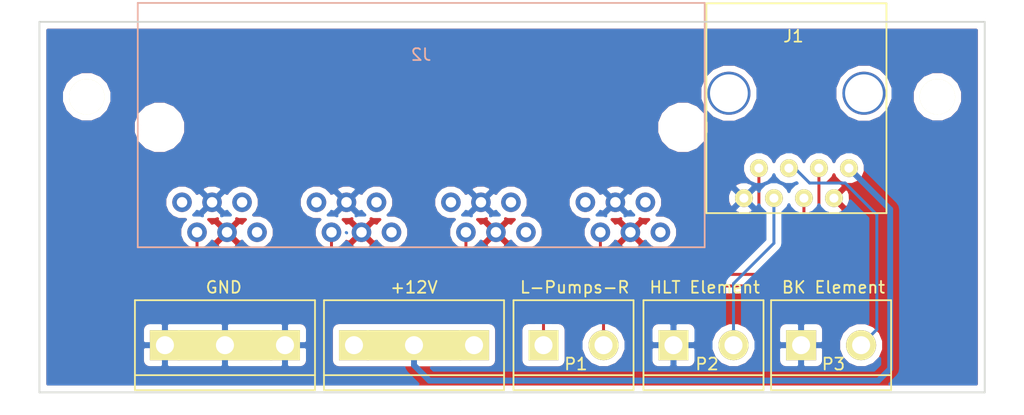
<source format=kicad_pcb>
(kicad_pcb (version 4) (host pcbnew 4.0.4+e1-6308~48~ubuntu16.04.1-stable)

  (general
    (links 25)
    (no_connects 1)
    (area 86.385714 106.35 173.614286 142.355)
    (thickness 1.6)
    (drawings 9)
    (tracks 48)
    (zones 0)
    (modules 9)
    (nets 22)
  )

  (page A4)
  (layers
    (0 F.Cu signal)
    (31 B.Cu signal hide)
    (32 B.Adhes user)
    (33 F.Adhes user)
    (34 B.Paste user)
    (35 F.Paste user)
    (36 B.SilkS user)
    (37 F.SilkS user)
    (38 B.Mask user)
    (39 F.Mask user)
    (40 Dwgs.User user)
    (41 Cmts.User user)
    (42 Eco1.User user)
    (43 Eco2.User user)
    (44 Edge.Cuts user)
    (45 Margin user)
    (46 B.CrtYd user)
    (47 F.CrtYd user)
    (48 B.Fab user)
    (49 F.Fab user)
  )

  (setup
    (last_trace_width 0.25)
    (user_trace_width 0.5)
    (trace_clearance 0.2)
    (zone_clearance 0.508)
    (zone_45_only no)
    (trace_min 0.2)
    (segment_width 0.2)
    (edge_width 0.15)
    (via_size 0.6)
    (via_drill 0.4)
    (via_min_size 0.4)
    (via_min_drill 0.3)
    (uvia_size 0.3)
    (uvia_drill 0.1)
    (uvias_allowed no)
    (uvia_min_size 0.2)
    (uvia_min_drill 0.1)
    (pcb_text_width 0.3)
    (pcb_text_size 1.5 1.5)
    (mod_edge_width 0.15)
    (mod_text_size 1 1)
    (mod_text_width 0.15)
    (pad_size 2.54 2.54)
    (pad_drill 1.524)
    (pad_to_mask_clearance 0.2)
    (aux_axis_origin 0 0)
    (visible_elements FFFFFF7F)
    (pcbplotparams
      (layerselection 0x00030_80000001)
      (usegerberextensions false)
      (excludeedgelayer true)
      (linewidth 0.100000)
      (plotframeref false)
      (viasonmask false)
      (mode 1)
      (useauxorigin false)
      (hpglpennumber 1)
      (hpglpenspeed 20)
      (hpglpendiameter 15)
      (hpglpenoverlay 2)
      (psnegative false)
      (psa4output false)
      (plotreference true)
      (plotvalue true)
      (plotinvisibletext false)
      (padsonsilk false)
      (subtractmaskfromsilk false)
      (outputformat 1)
      (mirror false)
      (drillshape 1)
      (scaleselection 1)
      (outputdirectory ""))
  )

  (net 0 "")
  (net 1 +12V)
  (net 2 /Pump1)
  (net 3 /Element1)
  (net 4 /Pump2)
  (net 5 GND)
  (net 6 /Element2)
  (net 7 /Temperature)
  (net 8 +3V3)
  (net 9 "Net-(J2-Pad24)")
  (net 10 "Net-(J2-Pad20)")
  (net 11 "Net-(J2-Pad19)")
  (net 12 "Net-(J2-Pad13)")
  (net 13 "Net-(J2-Pad14)")
  (net 14 "Net-(J2-Pad18)")
  (net 15 "Net-(J2-Pad12)")
  (net 16 "Net-(J2-Pad8)")
  (net 17 "Net-(J2-Pad7)")
  (net 18 "Net-(J2-Pad1)")
  (net 19 "Net-(J2-Pad2)")
  (net 20 "Net-(J2-Pad6)")
  (net 21 "Net-(J1-Pad9)")

  (net_class Default "This is the default net class."
    (clearance 0.2)
    (trace_width 0.25)
    (via_dia 0.6)
    (via_drill 0.4)
    (uvia_dia 0.3)
    (uvia_drill 0.1)
    (add_net +12V)
    (add_net +3V3)
    (add_net /Element1)
    (add_net /Element2)
    (add_net /Pump1)
    (add_net /Pump2)
    (add_net /Temperature)
    (add_net GND)
    (add_net "Net-(J1-Pad9)")
    (add_net "Net-(J2-Pad1)")
    (add_net "Net-(J2-Pad12)")
    (add_net "Net-(J2-Pad13)")
    (add_net "Net-(J2-Pad14)")
    (add_net "Net-(J2-Pad18)")
    (add_net "Net-(J2-Pad19)")
    (add_net "Net-(J2-Pad2)")
    (add_net "Net-(J2-Pad20)")
    (add_net "Net-(J2-Pad24)")
    (add_net "Net-(J2-Pad6)")
    (add_net "Net-(J2-Pad7)")
    (add_net "Net-(J2-Pad8)")
  )

  (net_class +12V ""
    (clearance 0.4)
    (trace_width 0.5)
    (via_dia 0.6)
    (via_drill 0.4)
    (uvia_dia 0.3)
    (uvia_drill 0.1)
  )

  (net_class power ""
    (clearance 0.4)
    (trace_width 0.5)
    (via_dia 0.6)
    (via_drill 0.4)
    (uvia_dia 0.3)
    (uvia_drill 0.1)
  )

  (module brewbot:CT660027-RJ12 (layer B.Cu) (tedit 57E256E6) (tstamp 57DFC2D5)
    (at 146.3 107 180)
    (path /57E02E34)
    (fp_text reference J2 (at 24 -4.38 180) (layer B.SilkS)
      (effects (font (size 1 1) (thickness 0.15)) (justify mirror))
    )
    (fp_text value RJ12x4 (at 24.13 -2.286 180) (layer B.Fab)
      (effects (font (size 1 1) (thickness 0.15)) (justify mirror))
    )
    (fp_line (start 47.9806 0) (end 47.9806 -20.701) (layer B.SilkS) (width 0.15))
    (fp_line (start 0 0) (end 0 -20.701) (layer B.SilkS) (width 0.15))
    (fp_line (start 0 -20.701) (end 47.9806 -20.701) (layer B.SilkS) (width 0.15))
    (fp_line (start 0 0) (end 47.9806 0) (layer B.SilkS) (width 0.15))
    (pad "" np_thru_hole circle (at 46.1391 -10.541 180) (size 3.175 3.175) (drill 3.175) (layers *.Cu *.Mask))
    (pad 24 thru_hole circle (at 44.2341 -16.891 180) (size 1.651 1.651) (drill 0.889) (layers *.Cu *.Mask)
      (net 9 "Net-(J2-Pad24)"))
    (pad 23 thru_hole circle (at 42.9641 -19.431 180) (size 1.651 1.651) (drill 0.889) (layers *.Cu *.Mask)
      (net 7 /Temperature))
    (pad 22 thru_hole circle (at 41.6941 -16.891 180) (size 1.651 1.651) (drill 0.889) (layers *.Cu *.Mask)
      (net 5 GND))
    (pad 21 thru_hole circle (at 40.4241 -19.431 180) (size 1.651 1.651) (drill 0.889) (layers *.Cu *.Mask)
      (net 8 +3V3))
    (pad 20 thru_hole circle (at 39.1541 -16.891 180) (size 1.651 1.651) (drill 0.889) (layers *.Cu *.Mask)
      (net 10 "Net-(J2-Pad20)"))
    (pad 19 thru_hole circle (at 37.8841 -19.431 180) (size 1.651 1.651) (drill 0.889) (layers *.Cu *.Mask)
      (net 11 "Net-(J2-Pad19)"))
    (pad 13 thru_hole circle (at 26.5049 -19.431 180) (size 1.651 1.651) (drill 0.889) (layers *.Cu *.Mask)
      (net 12 "Net-(J2-Pad13)"))
    (pad 14 thru_hole circle (at 27.7749 -16.891 180) (size 1.651 1.651) (drill 0.889) (layers *.Cu *.Mask)
      (net 13 "Net-(J2-Pad14)"))
    (pad 15 thru_hole circle (at 29.0449 -19.431 180) (size 1.651 1.651) (drill 0.889) (layers *.Cu *.Mask)
      (net 8 +3V3))
    (pad 16 thru_hole circle (at 30.3149 -16.891 180) (size 1.651 1.651) (drill 0.889) (layers *.Cu *.Mask)
      (net 5 GND))
    (pad 17 thru_hole circle (at 31.5849 -19.431 180) (size 1.651 1.651) (drill 0.889) (layers *.Cu *.Mask)
      (net 7 /Temperature))
    (pad 18 thru_hole circle (at 32.8549 -16.891 180) (size 1.651 1.651) (drill 0.889) (layers *.Cu *.Mask)
      (net 14 "Net-(J2-Pad18)"))
    (pad 12 thru_hole circle (at 21.4757 -16.891 180) (size 1.651 1.651) (drill 0.889) (layers *.Cu *.Mask)
      (net 15 "Net-(J2-Pad12)"))
    (pad 11 thru_hole circle (at 20.2057 -19.431 180) (size 1.651 1.651) (drill 0.889) (layers *.Cu *.Mask)
      (net 7 /Temperature))
    (pad 10 thru_hole circle (at 18.9357 -16.891 180) (size 1.651 1.651) (drill 0.889) (layers *.Cu *.Mask)
      (net 5 GND))
    (pad 9 thru_hole circle (at 17.6657 -19.431 180) (size 1.651 1.651) (drill 0.889) (layers *.Cu *.Mask)
      (net 8 +3V3))
    (pad 8 thru_hole circle (at 16.3957 -16.891 180) (size 1.651 1.651) (drill 0.889) (layers *.Cu *.Mask)
      (net 16 "Net-(J2-Pad8)"))
    (pad 7 thru_hole circle (at 15.1257 -19.431 180) (size 1.651 1.651) (drill 0.889) (layers *.Cu *.Mask)
      (net 17 "Net-(J2-Pad7)"))
    (pad 1 thru_hole circle (at 3.7465 -19.431 180) (size 1.651 1.651) (drill 0.889) (layers *.Cu *.Mask)
      (net 18 "Net-(J2-Pad1)"))
    (pad 2 thru_hole circle (at 5.0165 -16.891 180) (size 1.651 1.651) (drill 0.889) (layers *.Cu *.Mask)
      (net 19 "Net-(J2-Pad2)"))
    (pad 3 thru_hole circle (at 6.2865 -19.431 180) (size 1.651 1.651) (drill 0.889) (layers *.Cu *.Mask)
      (net 8 +3V3))
    (pad 4 thru_hole circle (at 7.5565 -16.891 180) (size 1.651 1.651) (drill 0.889) (layers *.Cu *.Mask)
      (net 5 GND))
    (pad 5 thru_hole circle (at 8.8265 -19.431 180) (size 1.651 1.651) (drill 0.889) (layers *.Cu *.Mask)
      (net 7 /Temperature))
    (pad 6 thru_hole circle (at 10.0965 -16.891 180) (size 1.651 1.651) (drill 0.889) (layers *.Cu *.Mask)
      (net 20 "Net-(J2-Pad6)"))
    (pad "" np_thru_hole circle (at 1.8415 -10.541 180) (size 3.175 3.175) (drill 3.175) (layers *.Cu *.Mask))
  )

  (module Connect:bornier3 (layer F.Cu) (tedit 57E2540B) (tstamp 57DFC2DC)
    (at 121.7 136)
    (descr "Bornier d'alimentation 3 pins")
    (tags DEV)
    (path /57DF9948)
    (fp_text reference K1 (at 2.9 -0.1) (layer F.SilkS)
      (effects (font (size 1 1) (thickness 0.15)))
    )
    (fp_text value CONN_3_V (at 0 5.08) (layer F.Fab)
      (effects (font (size 1 1) (thickness 0.15)))
    )
    (fp_line (start -7.62 3.81) (end -7.62 -3.81) (layer F.SilkS) (width 0.15))
    (fp_line (start 7.62 3.81) (end 7.62 -3.81) (layer F.SilkS) (width 0.15))
    (fp_line (start -7.62 2.54) (end 7.62 2.54) (layer F.SilkS) (width 0.15))
    (fp_line (start -7.62 -3.81) (end 7.62 -3.81) (layer F.SilkS) (width 0.15))
    (fp_line (start -7.62 3.81) (end 7.62 3.81) (layer F.SilkS) (width 0.15))
    (pad 1 thru_hole rect (at -5.08 0) (size 2.54 2.54) (drill 1.524) (layers *.Cu *.Mask F.SilkS)
      (net 1 +12V))
    (pad 2 thru_hole rect (at 0 0) (size 8 2.54) (drill 1.524) (layers *.Cu *.Mask F.SilkS)
      (net 1 +12V))
    (pad 3 thru_hole rect (at 5.08 0) (size 2.54 2.54) (drill 1.524) (layers *.Cu *.Mask F.SilkS)
      (net 1 +12V))
    (model Connect.3dshapes/bornier3.wrl
      (at (xyz 0 0 0))
      (scale (xyz 1 1 1))
      (rotate (xyz 0 0 0))
    )
  )

  (module Connect:bornier3 (layer F.Cu) (tedit 57E25407) (tstamp 57DFC2E3)
    (at 105.7 136)
    (descr "Bornier d'alimentation 3 pins")
    (tags DEV)
    (path /57DF98CF)
    (fp_text reference K2 (at 2.5 -0.1) (layer F.SilkS)
      (effects (font (size 1 1) (thickness 0.15)))
    )
    (fp_text value CONN_3_V (at 0 5.08) (layer F.Fab)
      (effects (font (size 1 1) (thickness 0.15)))
    )
    (fp_line (start -7.62 3.81) (end -7.62 -3.81) (layer F.SilkS) (width 0.15))
    (fp_line (start 7.62 3.81) (end 7.62 -3.81) (layer F.SilkS) (width 0.15))
    (fp_line (start -7.62 2.54) (end 7.62 2.54) (layer F.SilkS) (width 0.15))
    (fp_line (start -7.62 -3.81) (end 7.62 -3.81) (layer F.SilkS) (width 0.15))
    (fp_line (start -7.62 3.81) (end 7.62 3.81) (layer F.SilkS) (width 0.15))
    (pad 1 thru_hole rect (at -5.08 0) (size 2.54 2.54) (drill 1.524) (layers *.Cu *.Mask F.SilkS)
      (net 5 GND))
    (pad 2 thru_hole rect (at 0 0) (size 8 2.54) (drill 1.524) (layers *.Cu *.Mask F.SilkS)
      (net 5 GND))
    (pad 3 thru_hole rect (at 5.08 0) (size 2.54 2.54) (drill 1.524) (layers *.Cu *.Mask F.SilkS)
      (net 5 GND))
    (model Connect.3dshapes/bornier3.wrl
      (at (xyz 0 0 0))
      (scale (xyz 1 1 1))
      (rotate (xyz 0 0 0))
    )
  )

  (module Connect:bornier2 (layer F.Cu) (tedit 57E25415) (tstamp 57DFC2E9)
    (at 135.2 136)
    (descr "Bornier d'alimentation 2 pins")
    (tags DEV)
    (path /57DF99AC)
    (fp_text reference P1 (at 0.2 1.6) (layer F.SilkS)
      (effects (font (size 1 1) (thickness 0.15)))
    )
    (fp_text value CONN_2_V (at 0 5.08) (layer F.Fab)
      (effects (font (size 1 1) (thickness 0.15)))
    )
    (fp_line (start 5.08 2.54) (end -5.08 2.54) (layer F.SilkS) (width 0.15))
    (fp_line (start 5.08 3.81) (end 5.08 -3.81) (layer F.SilkS) (width 0.15))
    (fp_line (start 5.08 -3.81) (end -5.08 -3.81) (layer F.SilkS) (width 0.15))
    (fp_line (start -5.08 -3.81) (end -5.08 3.81) (layer F.SilkS) (width 0.15))
    (fp_line (start -5.08 3.81) (end 5.08 3.81) (layer F.SilkS) (width 0.15))
    (pad 1 thru_hole rect (at -2.54 0) (size 2.54 2.54) (drill 1.524) (layers *.Cu *.Mask F.SilkS)
      (net 4 /Pump2))
    (pad 2 thru_hole circle (at 2.54 0) (size 2.54 2.54) (drill 1.524) (layers *.Cu *.Mask F.SilkS)
      (net 2 /Pump1))
    (model Connect.3dshapes/bornier2.wrl
      (at (xyz 0 0 0))
      (scale (xyz 1 1 1))
      (rotate (xyz 0 0 0))
    )
  )

  (module Connect:bornier2 (layer F.Cu) (tedit 57E25419) (tstamp 57DFC2EF)
    (at 146.2 136)
    (descr "Bornier d'alimentation 2 pins")
    (tags DEV)
    (path /57DF99F7)
    (fp_text reference P2 (at 0.3 1.6) (layer F.SilkS)
      (effects (font (size 1 1) (thickness 0.15)))
    )
    (fp_text value CONN_2_V (at 0 5.08) (layer F.Fab)
      (effects (font (size 1 1) (thickness 0.15)))
    )
    (fp_line (start 5.08 2.54) (end -5.08 2.54) (layer F.SilkS) (width 0.15))
    (fp_line (start 5.08 3.81) (end 5.08 -3.81) (layer F.SilkS) (width 0.15))
    (fp_line (start 5.08 -3.81) (end -5.08 -3.81) (layer F.SilkS) (width 0.15))
    (fp_line (start -5.08 -3.81) (end -5.08 3.81) (layer F.SilkS) (width 0.15))
    (fp_line (start -5.08 3.81) (end 5.08 3.81) (layer F.SilkS) (width 0.15))
    (pad 1 thru_hole rect (at -2.54 0) (size 2.54 2.54) (drill 1.524) (layers *.Cu *.Mask F.SilkS)
      (net 5 GND))
    (pad 2 thru_hole circle (at 2.54 0) (size 2.54 2.54) (drill 1.524) (layers *.Cu *.Mask F.SilkS)
      (net 3 /Element1))
    (model Connect.3dshapes/bornier2.wrl
      (at (xyz 0 0 0))
      (scale (xyz 1 1 1))
      (rotate (xyz 0 0 0))
    )
  )

  (module Connect:bornier2 (layer F.Cu) (tedit 57E2541E) (tstamp 57DFC2F5)
    (at 157 136)
    (descr "Bornier d'alimentation 2 pins")
    (tags DEV)
    (path /57DF9A5A)
    (fp_text reference P3 (at 0.2 1.6) (layer F.SilkS)
      (effects (font (size 1 1) (thickness 0.15)))
    )
    (fp_text value CONN_2_V (at 0 5.08) (layer F.Fab)
      (effects (font (size 1 1) (thickness 0.15)))
    )
    (fp_line (start 5.08 2.54) (end -5.08 2.54) (layer F.SilkS) (width 0.15))
    (fp_line (start 5.08 3.81) (end 5.08 -3.81) (layer F.SilkS) (width 0.15))
    (fp_line (start 5.08 -3.81) (end -5.08 -3.81) (layer F.SilkS) (width 0.15))
    (fp_line (start -5.08 -3.81) (end -5.08 3.81) (layer F.SilkS) (width 0.15))
    (fp_line (start -5.08 3.81) (end 5.08 3.81) (layer F.SilkS) (width 0.15))
    (pad 1 thru_hole rect (at -2.54 0) (size 2.54 2.54) (drill 1.524) (layers *.Cu *.Mask F.SilkS)
      (net 5 GND))
    (pad 2 thru_hole circle (at 2.54 0) (size 2.54 2.54) (drill 1.524) (layers *.Cu *.Mask F.SilkS)
      (net 6 /Element2))
    (model Connect.3dshapes/bornier2.wrl
      (at (xyz 0 0 0))
      (scale (xyz 1 1 1))
      (rotate (xyz 0 0 0))
    )
  )

  (module brewbot:RJ45_c-bmj-0102 (layer F.Cu) (tedit 57DE0E63) (tstamp 57E0F6D6)
    (at 161.7 107)
    (tags RJ45)
    (path /57DF9511)
    (fp_text reference J1 (at -7.889 2.824 180) (layer F.SilkS)
      (effects (font (size 1 1) (thickness 0.15)))
    )
    (fp_text value RJ45 (at -7.77724 7.7516 180) (layer F.Fab)
      (effects (font (size 1 1) (thickness 0.15)))
    )
    (fp_line (start -0.015 0.03) (end -15.255 0.03) (layer F.SilkS) (width 0.15))
    (fp_line (start -15.255 0.03) (end -15.255 17.81) (layer F.SilkS) (width 0.15))
    (fp_line (start -15.255 17.81) (end -0.015 17.81) (layer F.SilkS) (width 0.15))
    (fp_line (start -0.015 17.81) (end -0.015 0.03) (layer F.SilkS) (width 0.15))
    (pad 1 thru_hole circle (at -3.19 14 180) (size 1.50114 1.50114) (drill 0.76) (layers *.Cu *.Mask F.SilkS)
      (net 1 +12V))
    (pad 9 thru_hole circle (at -13.35 7.65 180) (size 3.64998 3.64998) (drill 3.2) (layers *.Cu *.Mask)
      (net 21 "Net-(J1-Pad9)"))
    (pad 9 thru_hole circle (at -1.92 7.65 180) (size 3.64998 3.64998) (drill 3.2) (layers *.Cu *.Mask)
      (net 21 "Net-(J1-Pad9)"))
    (pad 2 thru_hole circle (at -4.46 16.54 180) (size 1.50114 1.50114) (drill 0.76) (layers *.Cu *.Mask F.SilkS)
      (net 8 +3V3))
    (pad 3 thru_hole circle (at -5.73 14 180) (size 1.50114 1.50114) (drill 0.76) (layers *.Cu *.Mask F.SilkS)
      (net 2 /Pump1))
    (pad 4 thru_hole circle (at -7 16.54 180) (size 1.50114 1.50114) (drill 0.76) (layers *.Cu *.Mask F.SilkS)
      (net 4 /Pump2))
    (pad 5 thru_hole circle (at -8.27 14 180) (size 1.50114 1.50114) (drill 0.76) (layers *.Cu *.Mask F.SilkS)
      (net 6 /Element2))
    (pad 6 thru_hole circle (at -9.54 16.54 180) (size 1.50114 1.50114) (drill 0.76) (layers *.Cu *.Mask F.SilkS)
      (net 3 /Element1))
    (pad 7 thru_hole circle (at -10.81 14 180) (size 1.50114 1.50114) (drill 0.76) (layers *.Cu *.Mask F.SilkS)
      (net 7 /Temperature))
    (pad 8 thru_hole circle (at -12.08 16.54 180) (size 1.50114 1.50114) (drill 0.76) (layers *.Cu *.Mask F.SilkS)
      (net 5 GND))
    (model Connect.3dshapes/RJ45_8.wrl
      (at (xyz 0 0 0))
      (scale (xyz 0.4 0.4 0.4))
      (rotate (xyz 0 0 0))
    )
  )

  (module Mounting_Holes:MountingHole_3mm (layer F.Cu) (tedit 57E10CF3) (tstamp 57E0FC2F)
    (at 94 114.95)
    (descr "Mounting Hole 3mm, no annular")
    (tags "mounting hole 3mm no annular")
    (fp_text reference REF** (at 0 -4) (layer F.SilkS) hide
      (effects (font (size 1 1) (thickness 0.15)))
    )
    (fp_text value MountingHole_3mm (at 0 4) (layer F.Fab)
      (effects (font (size 1 1) (thickness 0.15)))
    )
    (fp_circle (center 0 0) (end 3 0) (layer Cmts.User) (width 0.15))
    (fp_circle (center 0 0) (end 3.25 0) (layer F.CrtYd) (width 0.05))
    (pad 1 np_thru_hole circle (at 0 0) (size 3 3) (drill 3) (layers *.Cu *.Mask F.SilkS))
  )

  (module Mounting_Holes:MountingHole_3mm (layer F.Cu) (tedit 57E10CFA) (tstamp 57E0FC89)
    (at 166 114.95)
    (descr "Mounting Hole 3mm, no annular")
    (tags "mounting hole 3mm no annular")
    (fp_text reference REF** (at 0 -4) (layer F.SilkS) hide
      (effects (font (size 1 1) (thickness 0.15)))
    )
    (fp_text value MountingHole_3mm (at 0 4) (layer F.Fab)
      (effects (font (size 1 1) (thickness 0.15)))
    )
    (fp_circle (center 0 0) (end 3 0) (layer Cmts.User) (width 0.15))
    (fp_circle (center 0 0) (end 3.25 0) (layer F.CrtYd) (width 0.05))
    (pad 1 np_thru_hole circle (at 0 0) (size 3 3) (drill 3) (layers *.Cu *.Mask F.SilkS))
  )

  (gr_text "BK Element" (at 157.2 131.1) (layer F.SilkS)
    (effects (font (size 1 1) (thickness 0.15)))
  )
  (gr_text "HLT Element" (at 146.3 131.1) (layer F.SilkS)
    (effects (font (size 1 1) (thickness 0.15)))
  )
  (gr_text L-Pumps-R (at 135.3 131.1) (layer F.SilkS)
    (effects (font (size 1 1) (thickness 0.15)))
  )
  (gr_text +12V (at 121.7 131.1) (layer F.SilkS)
    (effects (font (size 1 1) (thickness 0.15)))
  )
  (gr_text GND (at 105.6 131.1) (layer F.SilkS)
    (effects (font (size 1 1) (thickness 0.15)))
  )
  (gr_line (start 170 108.6) (end 90 108.6) (angle 90) (layer Edge.Cuts) (width 0.15))
  (gr_line (start 170 140) (end 170 108.6) (angle 90) (layer Edge.Cuts) (width 0.15))
  (gr_line (start 90 140) (end 170 140) (angle 90) (layer Edge.Cuts) (width 0.15))
  (gr_line (start 90 108.6) (end 90 140) (angle 90) (layer Edge.Cuts) (width 0.15))

  (segment (start 116 126.4853) (end 115.9657 126.451) (width 0.25) (layer B.Cu) (net 0) (tstamp 57E10A13))
  (segment (start 121.7 136) (end 116.62 136) (width 0.25) (layer B.Cu) (net 1))
  (segment (start 121.7 136) (end 126.78 136) (width 0.25) (layer B.Cu) (net 1) (tstamp 5802BE92))
  (segment (start 121.7 136) (end 121.7 137.7) (width 0.5) (layer B.Cu) (net 1))
  (segment (start 162 124.49) (end 158.51 121) (width 0.5) (layer B.Cu) (net 1) (tstamp 57E10FB0))
  (segment (start 162 138) (end 162 124.49) (width 0.5) (layer B.Cu) (net 1) (tstamp 57E10FAB))
  (segment (start 161 139) (end 162 138) (width 0.5) (layer B.Cu) (net 1) (tstamp 57E10FA8))
  (segment (start 123 139) (end 161 139) (width 0.5) (layer B.Cu) (net 1) (tstamp 57E10F9E))
  (segment (start 121.7 137.7) (end 123 139) (width 0.5) (layer B.Cu) (net 1) (tstamp 57E10F9D))
  (segment (start 155.97 121) (end 155.97 126.98) (width 0.25) (layer F.Cu) (net 2))
  (segment (start 137.74 131.86) (end 137.74 136) (width 0.25) (layer F.Cu) (net 2) (tstamp 5802BD6A))
  (segment (start 138.62 130.98) (end 137.74 131.86) (width 0.25) (layer F.Cu) (net 2) (tstamp 5802BD62))
  (segment (start 151.97 130.98) (end 138.62 130.98) (width 0.25) (layer F.Cu) (net 2) (tstamp 5802BD5D))
  (segment (start 155.97 126.98) (end 151.97 130.98) (width 0.25) (layer F.Cu) (net 2) (tstamp 5802BD5A))
  (segment (start 148.74 136) (end 148.74 130.78) (width 0.25) (layer B.Cu) (net 3))
  (segment (start 152.16 127.36) (end 152.16 123.54) (width 0.25) (layer B.Cu) (net 3) (tstamp 5802BDA1))
  (segment (start 148.74 130.78) (end 152.16 127.36) (width 0.25) (layer B.Cu) (net 3) (tstamp 5802BD9C))
  (segment (start 132.66 131.34) (end 132.66 136) (width 0.25) (layer F.Cu) (net 4) (tstamp 57E10B76))
  (segment (start 134 130) (end 132.66 131.34) (width 0.25) (layer F.Cu) (net 4) (tstamp 57E10B6E))
  (segment (start 151 130) (end 134 130) (width 0.25) (layer F.Cu) (net 4) (tstamp 57E10B6B))
  (segment (start 154.7 126.3) (end 151 130) (width 0.25) (layer F.Cu) (net 4) (tstamp 57E10B66))
  (segment (start 154.7 123.54) (end 154.7 126.3) (width 0.25) (layer F.Cu) (net 4))
  (segment (start 153.43 121) (end 153.92 121) (width 0.25) (layer B.Cu) (net 6))
  (segment (start 153.92 121) (end 155.18 122.26) (width 0.25) (layer B.Cu) (net 6) (tstamp 5802BF07))
  (segment (start 155.18 122.26) (end 158.19 122.26) (width 0.25) (layer B.Cu) (net 6) (tstamp 5802BF11))
  (segment (start 158.19 122.26) (end 160.87 124.94) (width 0.25) (layer B.Cu) (net 6) (tstamp 5802BF16))
  (segment (start 160.87 124.94) (end 160.87 134.67) (width 0.25) (layer B.Cu) (net 6) (tstamp 5802BF19))
  (segment (start 160.87 134.67) (end 159.54 136) (width 0.25) (layer B.Cu) (net 6) (tstamp 5802BF24))
  (segment (start 139.4 128.9) (end 138.4 128.9) (width 0.25) (layer F.Cu) (net 7))
  (segment (start 137.4735 127.9735) (end 137.4735 126.431) (width 0.25) (layer F.Cu) (net 7) (tstamp 5826FB24) (status 800000))
  (segment (start 138.4 128.9) (end 137.4735 127.9735) (width 0.25) (layer F.Cu) (net 7) (tstamp 5826FB23))
  (segment (start 115.9 128.9) (end 104.2 128.9) (width 0.25) (layer F.Cu) (net 7))
  (segment (start 103.3359 128.0359) (end 103.3359 126.431) (width 0.25) (layer F.Cu) (net 7) (tstamp 5826FB0E) (status 800000))
  (segment (start 104.2 128.9) (end 103.3359 128.0359) (width 0.25) (layer F.Cu) (net 7) (tstamp 5826FB0D))
  (segment (start 127 128.9) (end 116.7 128.9) (width 0.25) (layer F.Cu) (net 7))
  (segment (start 114.7151 127.9151) (end 114.7151 126.431) (width 0.25) (layer F.Cu) (net 7) (tstamp 5826FB05) (status 800000))
  (segment (start 115.7 128.9) (end 114.7151 127.9151) (width 0.25) (layer F.Cu) (net 7) (tstamp 5826FAFF))
  (segment (start 116.7 128.9) (end 115.9 128.9) (width 0.25) (layer F.Cu) (net 7) (tstamp 5826FAFE))
  (segment (start 115.9 128.9) (end 115.7 128.9) (width 0.25) (layer F.Cu) (net 7) (tstamp 5826FB0B))
  (segment (start 139.9425 128.9) (end 139.4 128.9) (width 0.25) (layer F.Cu) (net 7))
  (segment (start 139.4 128.9) (end 138.9 128.9) (width 0.25) (layer F.Cu) (net 7) (tstamp 5826FB21))
  (segment (start 138.9 128.9) (end 127 128.9) (width 0.25) (layer F.Cu) (net 7) (tstamp 5826FB19))
  (segment (start 127 128.9) (end 126.9 128.9) (width 0.25) (layer F.Cu) (net 7) (tstamp 5826FAFC))
  (segment (start 126.0943 128.0943) (end 126.0943 126.431) (width 0.25) (layer F.Cu) (net 7) (tstamp 5826FAEC) (status 800000))
  (segment (start 126.9 128.9) (end 126.0943 128.0943) (width 0.25) (layer F.Cu) (net 7) (tstamp 5826FAE5))
  (segment (start 150.89 121) (end 150.89 126.61) (width 0.25) (layer F.Cu) (net 7) (status 400000))
  (segment (start 148.6 128.9) (end 139.9425 128.9) (width 0.25) (layer F.Cu) (net 7) (tstamp 5826FADA))
  (segment (start 150.89 126.61) (end 148.6 128.9) (width 0.25) (layer F.Cu) (net 7) (tstamp 5826FAD2))

  (zone (net 8) (net_name +3V3) (layer F.Cu) (tstamp 57E10ABD) (hatch edge 0.508)
    (connect_pads (clearance 0.508))
    (min_thickness 0.254)
    (fill yes (arc_segments 16) (thermal_gap 0.508) (thermal_bridge_width 0.508))
    (polygon
      (pts
        (xy 170 140) (xy 90 140) (xy 90 109) (xy 170 109)
      )
    )
    (filled_polygon
      (pts
        (xy 169.29 139.29) (xy 90.71 139.29) (xy 90.71 134.73) (xy 98.70256 134.73) (xy 98.70256 137.27)
        (xy 98.746838 137.505317) (xy 98.88591 137.721441) (xy 99.09811 137.866431) (xy 99.35 137.91744) (xy 112.05 137.91744)
        (xy 112.285317 137.873162) (xy 112.501441 137.73409) (xy 112.646431 137.52189) (xy 112.69744 137.27) (xy 112.69744 134.73)
        (xy 114.70256 134.73) (xy 114.70256 137.27) (xy 114.746838 137.505317) (xy 114.88591 137.721441) (xy 115.09811 137.866431)
        (xy 115.35 137.91744) (xy 128.05 137.91744) (xy 128.285317 137.873162) (xy 128.501441 137.73409) (xy 128.646431 137.52189)
        (xy 128.69744 137.27) (xy 128.69744 134.73) (xy 128.653162 134.494683) (xy 128.51409 134.278559) (xy 128.30189 134.133569)
        (xy 128.05 134.08256) (xy 115.35 134.08256) (xy 115.114683 134.126838) (xy 114.898559 134.26591) (xy 114.753569 134.47811)
        (xy 114.70256 134.73) (xy 112.69744 134.73) (xy 112.653162 134.494683) (xy 112.51409 134.278559) (xy 112.30189 134.133569)
        (xy 112.05 134.08256) (xy 99.35 134.08256) (xy 99.114683 134.126838) (xy 98.898559 134.26591) (xy 98.753569 134.47811)
        (xy 98.70256 134.73) (xy 90.71 134.73) (xy 90.71 124.180237) (xy 100.605147 124.180237) (xy 100.827026 124.717226)
        (xy 101.237513 125.12843) (xy 101.774114 125.351246) (xy 102.349773 125.351748) (xy 102.09847 125.602613) (xy 101.875654 126.139214)
        (xy 101.875147 126.720237) (xy 102.097026 127.257226) (xy 102.507513 127.66843) (xy 102.5759 127.696827) (xy 102.5759 128.0359)
        (xy 102.633752 128.326739) (xy 102.798499 128.573301) (xy 103.662599 129.437401) (xy 103.909161 129.602148) (xy 104.2 129.66)
        (xy 133.265198 129.66) (xy 132.122599 130.802599) (xy 131.957852 131.049161) (xy 131.9 131.34) (xy 131.9 134.08256)
        (xy 131.39 134.08256) (xy 131.154683 134.126838) (xy 130.938559 134.26591) (xy 130.793569 134.47811) (xy 130.74256 134.73)
        (xy 130.74256 137.27) (xy 130.786838 137.505317) (xy 130.92591 137.721441) (xy 131.13811 137.866431) (xy 131.39 137.91744)
        (xy 133.93 137.91744) (xy 134.165317 137.873162) (xy 134.381441 137.73409) (xy 134.526431 137.52189) (xy 134.57744 137.27)
        (xy 134.57744 134.73) (xy 134.533162 134.494683) (xy 134.39409 134.278559) (xy 134.18189 134.133569) (xy 133.93 134.08256)
        (xy 133.42 134.08256) (xy 133.42 131.654802) (xy 134.314802 130.76) (xy 137.765198 130.76) (xy 137.202599 131.322599)
        (xy 137.037852 131.569161) (xy 136.98 131.86) (xy 136.98 134.252813) (xy 136.662314 134.384078) (xy 136.125961 134.919495)
        (xy 135.835332 135.61941) (xy 135.83467 136.377265) (xy 136.124078 137.077686) (xy 136.659495 137.614039) (xy 137.35941 137.904668)
        (xy 138.117265 137.90533) (xy 138.817686 137.615922) (xy 139.354039 137.080505) (xy 139.644668 136.38059) (xy 139.64533 135.622735)
        (xy 139.355922 134.922314) (xy 139.163944 134.73) (xy 141.74256 134.73) (xy 141.74256 137.27) (xy 141.786838 137.505317)
        (xy 141.92591 137.721441) (xy 142.13811 137.866431) (xy 142.39 137.91744) (xy 144.93 137.91744) (xy 145.165317 137.873162)
        (xy 145.381441 137.73409) (xy 145.526431 137.52189) (xy 145.57744 137.27) (xy 145.57744 136.377265) (xy 146.83467 136.377265)
        (xy 147.124078 137.077686) (xy 147.659495 137.614039) (xy 148.35941 137.904668) (xy 149.117265 137.90533) (xy 149.817686 137.615922)
        (xy 150.354039 137.080505) (xy 150.644668 136.38059) (xy 150.64533 135.622735) (xy 150.355922 134.922314) (xy 150.163944 134.73)
        (xy 152.54256 134.73) (xy 152.54256 137.27) (xy 152.586838 137.505317) (xy 152.72591 137.721441) (xy 152.93811 137.866431)
        (xy 153.19 137.91744) (xy 155.73 137.91744) (xy 155.965317 137.873162) (xy 156.181441 137.73409) (xy 156.326431 137.52189)
        (xy 156.37744 137.27) (xy 156.37744 136.377265) (xy 157.63467 136.377265) (xy 157.924078 137.077686) (xy 158.459495 137.614039)
        (xy 159.15941 137.904668) (xy 159.917265 137.90533) (xy 160.617686 137.615922) (xy 161.154039 137.080505) (xy 161.444668 136.38059)
        (xy 161.44533 135.622735) (xy 161.155922 134.922314) (xy 160.620505 134.385961) (xy 159.92059 134.095332) (xy 159.162735 134.09467)
        (xy 158.462314 134.384078) (xy 157.925961 134.919495) (xy 157.635332 135.61941) (xy 157.63467 136.377265) (xy 156.37744 136.377265)
        (xy 156.37744 134.73) (xy 156.333162 134.494683) (xy 156.19409 134.278559) (xy 155.98189 134.133569) (xy 155.73 134.08256)
        (xy 153.19 134.08256) (xy 152.954683 134.126838) (xy 152.738559 134.26591) (xy 152.593569 134.47811) (xy 152.54256 134.73)
        (xy 150.163944 134.73) (xy 149.820505 134.385961) (xy 149.12059 134.095332) (xy 148.362735 134.09467) (xy 147.662314 134.384078)
        (xy 147.125961 134.919495) (xy 146.835332 135.61941) (xy 146.83467 136.377265) (xy 145.57744 136.377265) (xy 145.57744 134.73)
        (xy 145.533162 134.494683) (xy 145.39409 134.278559) (xy 145.18189 134.133569) (xy 144.93 134.08256) (xy 142.39 134.08256)
        (xy 142.154683 134.126838) (xy 141.938559 134.26591) (xy 141.793569 134.47811) (xy 141.74256 134.73) (xy 139.163944 134.73)
        (xy 138.820505 134.385961) (xy 138.5 134.252876) (xy 138.5 132.174802) (xy 138.934802 131.74) (xy 151.97 131.74)
        (xy 152.260839 131.682148) (xy 152.507401 131.517401) (xy 156.507401 127.517401) (xy 156.672148 127.27084) (xy 156.73 126.98)
        (xy 156.73 124.829195) (xy 157.035034 124.937767) (xy 157.585538 124.909805) (xy 157.964265 124.752931) (xy 158.032325 124.51193)
        (xy 157.24 123.719605) (xy 157.225858 123.733748) (xy 157.046253 123.554143) (xy 157.060395 123.54) (xy 157.419605 123.54)
        (xy 158.21193 124.332325) (xy 158.452931 124.264265) (xy 158.637767 123.744966) (xy 158.609805 123.194462) (xy 158.452931 122.815735)
        (xy 158.21193 122.747675) (xy 157.419605 123.54) (xy 157.060395 123.54) (xy 157.046253 123.525858) (xy 157.225858 123.346253)
        (xy 157.24 123.360395) (xy 158.032325 122.56807) (xy 157.964265 122.327069) (xy 157.444966 122.142233) (xy 156.894462 122.170195)
        (xy 156.73 122.238317) (xy 156.73 122.185163) (xy 156.753837 122.175314) (xy 157.143944 121.785887) (xy 157.239975 121.554619)
        (xy 157.334686 121.783837) (xy 157.724113 122.173944) (xy 158.233184 122.385329) (xy 158.784398 122.38581) (xy 159.293837 122.175314)
        (xy 159.683944 121.785887) (xy 159.895329 121.276816) (xy 159.89581 120.725602) (xy 159.685314 120.216163) (xy 159.295887 119.826056)
        (xy 158.786816 119.614671) (xy 158.235602 119.61419) (xy 157.726163 119.824686) (xy 157.336056 120.214113) (xy 157.240025 120.445381)
        (xy 157.145314 120.216163) (xy 156.755887 119.826056) (xy 156.246816 119.614671) (xy 155.695602 119.61419) (xy 155.186163 119.824686)
        (xy 154.796056 120.214113) (xy 154.700025 120.445381) (xy 154.605314 120.216163) (xy 154.215887 119.826056) (xy 153.706816 119.614671)
        (xy 153.155602 119.61419) (xy 152.646163 119.824686) (xy 152.256056 120.214113) (xy 152.160025 120.445381) (xy 152.065314 120.216163)
        (xy 151.675887 119.826056) (xy 151.166816 119.614671) (xy 150.615602 119.61419) (xy 150.106163 119.824686) (xy 149.716056 120.214113)
        (xy 149.504671 120.723184) (xy 149.50419 121.274398) (xy 149.714686 121.783837) (xy 150.104113 122.173944) (xy 150.13 122.184693)
        (xy 150.13 122.251498) (xy 149.896816 122.154671) (xy 149.345602 122.15419) (xy 148.836163 122.364686) (xy 148.446056 122.754113)
        (xy 148.234671 123.263184) (xy 148.23419 123.814398) (xy 148.444686 124.323837) (xy 148.834113 124.713944) (xy 149.343184 124.925329)
        (xy 149.894398 124.92581) (xy 150.13 124.828461) (xy 150.13 126.295198) (xy 148.285198 128.14) (xy 138.714802 128.14)
        (xy 138.260772 127.68597) (xy 138.299726 127.669874) (xy 138.512756 127.457215) (xy 139.16689 127.457215) (xy 139.244156 127.705976)
        (xy 139.790631 127.90334) (xy 140.371035 127.876553) (xy 140.782844 127.705976) (xy 140.86011 127.457215) (xy 140.0135 126.610605)
        (xy 139.16689 127.457215) (xy 138.512756 127.457215) (xy 138.71093 127.259387) (xy 138.736987 127.196634) (xy 138.738524 127.200344)
        (xy 138.987285 127.27761) (xy 139.833895 126.431) (xy 138.987285 125.58439) (xy 138.738524 125.661656) (xy 138.737289 125.665074)
        (xy 138.712374 125.604774) (xy 138.459295 125.351253) (xy 139.032737 125.351753) (xy 139.205539 125.280353) (xy 139.16689 125.404785)
        (xy 140.0135 126.251395) (xy 140.86011 125.404785) (xy 140.821532 125.28058) (xy 140.991714 125.351246) (xy 141.567373 125.351748)
        (xy 141.31607 125.602613) (xy 141.290013 125.665366) (xy 141.288476 125.661656) (xy 141.039715 125.58439) (xy 140.193105 126.431)
        (xy 141.039715 127.27761) (xy 141.288476 127.200344) (xy 141.289711 127.196926) (xy 141.314626 127.257226) (xy 141.725113 127.66843)
        (xy 142.261714 127.891246) (xy 142.842737 127.891753) (xy 143.379726 127.669874) (xy 143.79093 127.259387) (xy 144.013746 126.722786)
        (xy 144.014253 126.141763) (xy 143.792374 125.604774) (xy 143.381887 125.19357) (xy 142.845286 124.970754) (xy 142.269627 124.970252)
        (xy 142.52093 124.719387) (xy 142.743746 124.182786) (xy 142.744253 123.601763) (xy 142.522374 123.064774) (xy 142.111887 122.65357)
        (xy 141.575286 122.430754) (xy 140.994263 122.430247) (xy 140.457274 122.652126) (xy 140.04607 123.062613) (xy 140.013696 123.140579)
        (xy 139.982374 123.064774) (xy 139.571887 122.65357) (xy 139.035286 122.430754) (xy 138.454263 122.430247) (xy 137.917274 122.652126)
        (xy 137.50607 123.062613) (xy 137.473696 123.140579) (xy 137.442374 123.064774) (xy 137.031887 122.65357) (xy 136.495286 122.430754)
        (xy 135.914263 122.430247) (xy 135.377274 122.652126) (xy 134.96607 123.062613) (xy 134.743254 123.599214) (xy 134.742747 124.180237)
        (xy 134.964626 124.717226) (xy 135.375113 125.12843) (xy 135.911714 125.351246) (xy 136.487373 125.351748) (xy 136.23607 125.602613)
        (xy 136.013254 126.139214) (xy 136.012747 126.720237) (xy 136.234626 127.257226) (xy 136.645113 127.66843) (xy 136.7135 127.696827)
        (xy 136.7135 127.9735) (xy 136.746619 128.14) (xy 127.214802 128.14) (xy 126.8543 127.779498) (xy 126.8543 127.697238)
        (xy 126.920526 127.669874) (xy 127.133556 127.457215) (xy 127.78769 127.457215) (xy 127.864956 127.705976) (xy 128.411431 127.90334)
        (xy 128.991835 127.876553) (xy 129.403644 127.705976) (xy 129.48091 127.457215) (xy 128.6343 126.610605) (xy 127.78769 127.457215)
        (xy 127.133556 127.457215) (xy 127.33173 127.259387) (xy 127.357787 127.196634) (xy 127.359324 127.200344) (xy 127.608085 127.27761)
        (xy 128.454695 126.431) (xy 127.608085 125.58439) (xy 127.359324 125.661656) (xy 127.358089 125.665074) (xy 127.333174 125.604774)
        (xy 127.080095 125.351253) (xy 127.653537 125.351753) (xy 127.826339 125.280353) (xy 127.78769 125.404785) (xy 128.6343 126.251395)
        (xy 129.48091 125.404785) (xy 129.442332 125.28058) (xy 129.612514 125.351246) (xy 130.188173 125.351748) (xy 129.93687 125.602613)
        (xy 129.910813 125.665366) (xy 129.909276 125.661656) (xy 129.660515 125.58439) (xy 128.813905 126.431) (xy 129.660515 127.27761)
        (xy 129.909276 127.200344) (xy 129.910511 127.196926) (xy 129.935426 127.257226) (xy 130.345913 127.66843) (xy 130.882514 127.891246)
        (xy 131.463537 127.891753) (xy 132.000526 127.669874) (xy 132.41173 127.259387) (xy 132.634546 126.722786) (xy 132.635053 126.141763)
        (xy 132.413174 125.604774) (xy 132.002687 125.19357) (xy 131.466086 124.970754) (xy 130.890427 124.970252) (xy 131.14173 124.719387)
        (xy 131.364546 124.182786) (xy 131.365053 123.601763) (xy 131.143174 123.064774) (xy 130.732687 122.65357) (xy 130.196086 122.430754)
        (xy 129.615063 122.430247) (xy 129.078074 122.652126) (xy 128.66687 123.062613) (xy 128.634496 123.140579) (xy 128.603174 123.064774)
        (xy 128.192687 122.65357) (xy 127.656086 122.430754) (xy 127.075063 122.430247) (xy 126.538074 122.652126) (xy 126.12687 123.062613)
        (xy 126.094496 123.140579) (xy 126.063174 123.064774) (xy 125.652687 122.65357) (xy 125.116086 122.430754) (xy 124.535063 122.430247)
        (xy 123.998074 122.652126) (xy 123.58687 123.062613) (xy 123.364054 123.599214) (xy 123.363547 124.180237) (xy 123.585426 124.717226)
        (xy 123.995913 125.12843) (xy 124.532514 125.351246) (xy 125.108173 125.351748) (xy 124.85687 125.602613) (xy 124.634054 126.139214)
        (xy 124.633547 126.720237) (xy 124.855426 127.257226) (xy 125.265913 127.66843) (xy 125.3343 127.696827) (xy 125.3343 128.0943)
        (xy 125.34339 128.14) (xy 116.014802 128.14) (xy 115.543002 127.6682) (xy 115.754356 127.457215) (xy 116.40849 127.457215)
        (xy 116.485756 127.705976) (xy 117.032231 127.90334) (xy 117.612635 127.876553) (xy 118.024444 127.705976) (xy 118.10171 127.457215)
        (xy 117.2551 126.610605) (xy 116.40849 127.457215) (xy 115.754356 127.457215) (xy 115.95253 127.259387) (xy 115.978587 127.196634)
        (xy 115.980124 127.200344) (xy 116.228885 127.27761) (xy 117.075495 126.431) (xy 116.228885 125.58439) (xy 115.980124 125.661656)
        (xy 115.978889 125.665074) (xy 115.953974 125.604774) (xy 115.700895 125.351253) (xy 116.274337 125.351753) (xy 116.447139 125.280353)
        (xy 116.40849 125.404785) (xy 117.2551 126.251395) (xy 118.10171 125.404785) (xy 118.063132 125.28058) (xy 118.233314 125.351246)
        (xy 118.808973 125.351748) (xy 118.55767 125.602613) (xy 118.531613 125.665366) (xy 118.530076 125.661656) (xy 118.281315 125.58439)
        (xy 117.434705 126.431) (xy 118.281315 127.27761) (xy 118.530076 127.200344) (xy 118.531311 127.196926) (xy 118.556226 127.257226)
        (xy 118.966713 127.66843) (xy 119.503314 127.891246) (xy 120.084337 127.891753) (xy 120.621326 127.669874) (xy 121.03253 127.259387)
        (xy 121.255346 126.722786) (xy 121.255853 126.141763) (xy 121.033974 125.604774) (xy 120.623487 125.19357) (xy 120.086886 124.970754)
        (xy 119.511227 124.970252) (xy 119.76253 124.719387) (xy 119.985346 124.182786) (xy 119.985853 123.601763) (xy 119.763974 123.064774)
        (xy 119.353487 122.65357) (xy 118.816886 122.430754) (xy 118.235863 122.430247) (xy 117.698874 122.652126) (xy 117.28767 123.062613)
        (xy 117.255296 123.140579) (xy 117.223974 123.064774) (xy 116.813487 122.65357) (xy 116.276886 122.430754) (xy 115.695863 122.430247)
        (xy 115.158874 122.652126) (xy 114.74767 123.062613) (xy 114.715296 123.140579) (xy 114.683974 123.064774) (xy 114.273487 122.65357)
        (xy 113.736886 122.430754) (xy 113.155863 122.430247) (xy 112.618874 122.652126) (xy 112.20767 123.062613) (xy 111.984854 123.599214)
        (xy 111.984347 124.180237) (xy 112.206226 124.717226) (xy 112.616713 125.12843) (xy 113.153314 125.351246) (xy 113.728973 125.351748)
        (xy 113.47767 125.602613) (xy 113.254854 126.139214) (xy 113.254347 126.720237) (xy 113.476226 127.257226) (xy 113.886713 127.66843)
        (xy 113.9551 127.696827) (xy 113.9551 127.9151) (xy 113.999836 128.14) (xy 104.514802 128.14) (xy 104.0959 127.721098)
        (xy 104.0959 127.697238) (xy 104.162126 127.669874) (xy 104.375156 127.457215) (xy 105.02929 127.457215) (xy 105.106556 127.705976)
        (xy 105.653031 127.90334) (xy 106.233435 127.876553) (xy 106.645244 127.705976) (xy 106.72251 127.457215) (xy 105.8759 126.610605)
        (xy 105.02929 127.457215) (xy 104.375156 127.457215) (xy 104.57333 127.259387) (xy 104.599387 127.196634) (xy 104.600924 127.200344)
        (xy 104.849685 127.27761) (xy 105.696295 126.431) (xy 104.849685 125.58439) (xy 104.600924 125.661656) (xy 104.599689 125.665074)
        (xy 104.574774 125.604774) (xy 104.321695 125.351253) (xy 104.895137 125.351753) (xy 105.067939 125.280353) (xy 105.02929 125.404785)
        (xy 105.8759 126.251395) (xy 106.72251 125.404785) (xy 106.683932 125.28058) (xy 106.854114 125.351246) (xy 107.429773 125.351748)
        (xy 107.17847 125.602613) (xy 107.152413 125.665366) (xy 107.150876 125.661656) (xy 106.902115 125.58439) (xy 106.055505 126.431)
        (xy 106.902115 127.27761) (xy 107.150876 127.200344) (xy 107.152111 127.196926) (xy 107.177026 127.257226) (xy 107.587513 127.66843)
        (xy 108.124114 127.891246) (xy 108.705137 127.891753) (xy 109.242126 127.669874) (xy 109.65333 127.259387) (xy 109.876146 126.722786)
        (xy 109.876653 126.141763) (xy 109.654774 125.604774) (xy 109.244287 125.19357) (xy 108.707686 124.970754) (xy 108.132027 124.970252)
        (xy 108.38333 124.719387) (xy 108.606146 124.182786) (xy 108.606653 123.601763) (xy 108.384774 123.064774) (xy 107.974287 122.65357)
        (xy 107.437686 122.430754) (xy 106.856663 122.430247) (xy 106.319674 122.652126) (xy 105.90847 123.062613) (xy 105.876096 123.140579)
        (xy 105.844774 123.064774) (xy 105.434287 122.65357) (xy 104.897686 122.430754) (xy 104.316663 122.430247) (xy 103.779674 122.652126)
        (xy 103.36847 123.062613) (xy 103.336096 123.140579) (xy 103.304774 123.064774) (xy 102.894287 122.65357) (xy 102.357686 122.430754)
        (xy 101.776663 122.430247) (xy 101.239674 122.652126) (xy 100.82847 123.062613) (xy 100.605654 123.599214) (xy 100.605147 124.180237)
        (xy 90.71 124.180237) (xy 90.71 117.981143) (xy 97.938015 117.981143) (xy 98.275658 118.7983) (xy 98.900311 119.424045)
        (xy 99.716878 119.763113) (xy 100.601043 119.763885) (xy 101.4182 119.426242) (xy 102.043945 118.801589) (xy 102.383013 117.985022)
        (xy 102.383016 117.981143) (xy 142.235615 117.981143) (xy 142.573258 118.7983) (xy 143.197911 119.424045) (xy 144.014478 119.763113)
        (xy 144.898643 119.763885) (xy 145.7158 119.426242) (xy 146.341545 118.801589) (xy 146.680613 117.985022) (xy 146.681385 117.100857)
        (xy 146.343742 116.2837) (xy 145.719089 115.657955) (xy 144.902522 115.318887) (xy 144.018357 115.318115) (xy 143.2012 115.655758)
        (xy 142.575455 116.280411) (xy 142.236387 117.096978) (xy 142.235615 117.981143) (xy 102.383016 117.981143) (xy 102.383785 117.100857)
        (xy 102.046142 116.2837) (xy 101.421489 115.657955) (xy 100.604922 115.318887) (xy 99.720757 115.318115) (xy 98.9036 115.655758)
        (xy 98.277855 116.280411) (xy 97.938787 117.096978) (xy 97.938015 117.981143) (xy 90.71 117.981143) (xy 90.71 115.372815)
        (xy 91.86463 115.372815) (xy 92.18898 116.1578) (xy 92.789041 116.758909) (xy 93.573459 117.084628) (xy 94.422815 117.08537)
        (xy 95.2078 116.76102) (xy 95.808909 116.160959) (xy 96.134628 115.376541) (xy 96.134837 115.137175) (xy 145.889584 115.137175)
        (xy 146.263306 116.041652) (xy 146.954708 116.734262) (xy 147.858531 117.109562) (xy 148.837175 117.110416) (xy 149.741652 116.736694)
        (xy 150.434262 116.045292) (xy 150.809562 115.141469) (xy 150.809565 115.137175) (xy 157.319584 115.137175) (xy 157.693306 116.041652)
        (xy 158.384708 116.734262) (xy 159.288531 117.109562) (xy 160.267175 117.110416) (xy 161.171652 116.736694) (xy 161.864262 116.045292)
        (xy 162.143498 115.372815) (xy 163.86463 115.372815) (xy 164.18898 116.1578) (xy 164.789041 116.758909) (xy 165.573459 117.084628)
        (xy 166.422815 117.08537) (xy 167.2078 116.76102) (xy 167.808909 116.160959) (xy 168.134628 115.376541) (xy 168.13537 114.527185)
        (xy 167.81102 113.7422) (xy 167.210959 113.141091) (xy 166.426541 112.815372) (xy 165.577185 112.81463) (xy 164.7922 113.13898)
        (xy 164.191091 113.739041) (xy 163.865372 114.523459) (xy 163.86463 115.372815) (xy 162.143498 115.372815) (xy 162.239562 115.141469)
        (xy 162.240416 114.162825) (xy 161.866694 113.258348) (xy 161.175292 112.565738) (xy 160.271469 112.190438) (xy 159.292825 112.189584)
        (xy 158.388348 112.563306) (xy 157.695738 113.254708) (xy 157.320438 114.158531) (xy 157.319584 115.137175) (xy 150.809565 115.137175)
        (xy 150.810416 114.162825) (xy 150.436694 113.258348) (xy 149.745292 112.565738) (xy 148.841469 112.190438) (xy 147.862825 112.189584)
        (xy 146.958348 112.563306) (xy 146.265738 113.254708) (xy 145.890438 114.158531) (xy 145.889584 115.137175) (xy 96.134837 115.137175)
        (xy 96.13537 114.527185) (xy 95.81102 113.7422) (xy 95.210959 113.141091) (xy 94.426541 112.815372) (xy 93.577185 112.81463)
        (xy 92.7922 113.13898) (xy 92.191091 113.739041) (xy 91.865372 114.523459) (xy 91.86463 115.372815) (xy 90.71 115.372815)
        (xy 90.71 109.31) (xy 169.29 109.31)
      )
    )
  )
  (zone (net 5) (net_name GND) (layer B.Cu) (tstamp 57E10D1D) (hatch edge 0.508)
    (connect_pads (clearance 0.508))
    (min_thickness 0.254)
    (fill yes (arc_segments 16) (thermal_gap 0.508) (thermal_bridge_width 0.508))
    (polygon
      (pts
        (xy 170 140) (xy 90 140) (xy 90 109) (xy 170 109)
      )
    )
    (filled_polygon
      (pts
        (xy 169.29 139.29) (xy 161.96158 139.29) (xy 162.625787 138.625792) (xy 162.62579 138.62579) (xy 162.793889 138.374211)
        (xy 162.817634 138.338674) (xy 162.885001 138) (xy 162.885 137.999995) (xy 162.885 124.49) (xy 162.817633 124.151325)
        (xy 162.62579 123.86421) (xy 162.625787 123.864208) (xy 159.895454 121.133874) (xy 159.89581 120.725602) (xy 159.685314 120.216163)
        (xy 159.295887 119.826056) (xy 158.786816 119.614671) (xy 158.235602 119.61419) (xy 157.726163 119.824686) (xy 157.336056 120.214113)
        (xy 157.240025 120.445381) (xy 157.145314 120.216163) (xy 156.755887 119.826056) (xy 156.246816 119.614671) (xy 155.695602 119.61419)
        (xy 155.186163 119.824686) (xy 154.796056 120.214113) (xy 154.700025 120.445381) (xy 154.605314 120.216163) (xy 154.215887 119.826056)
        (xy 153.706816 119.614671) (xy 153.155602 119.61419) (xy 152.646163 119.824686) (xy 152.256056 120.214113) (xy 152.160025 120.445381)
        (xy 152.065314 120.216163) (xy 151.675887 119.826056) (xy 151.166816 119.614671) (xy 150.615602 119.61419) (xy 150.106163 119.824686)
        (xy 149.716056 120.214113) (xy 149.504671 120.723184) (xy 149.50419 121.274398) (xy 149.714686 121.783837) (xy 150.104113 122.173944)
        (xy 150.613184 122.385329) (xy 151.164398 122.38581) (xy 151.673837 122.175314) (xy 152.063944 121.785887) (xy 152.159975 121.554619)
        (xy 152.254686 121.783837) (xy 152.644113 122.173944) (xy 153.153184 122.385329) (xy 153.704398 122.38581) (xy 154.077037 122.231839)
        (xy 154.124005 122.278807) (xy 153.916163 122.364686) (xy 153.526056 122.754113) (xy 153.430025 122.985381) (xy 153.335314 122.756163)
        (xy 152.945887 122.366056) (xy 152.436816 122.154671) (xy 151.885602 122.15419) (xy 151.376163 122.364686) (xy 150.986056 122.754113)
        (xy 150.896621 122.969496) (xy 150.832931 122.815735) (xy 150.59193 122.747675) (xy 149.799605 123.54) (xy 150.59193 124.332325)
        (xy 150.832931 124.264265) (xy 150.891769 124.09896) (xy 150.984686 124.323837) (xy 151.374113 124.713944) (xy 151.4 124.724693)
        (xy 151.4 127.045198) (xy 148.202599 130.242599) (xy 148.037852 130.489161) (xy 147.98 130.78) (xy 147.98 134.252813)
        (xy 147.662314 134.384078) (xy 147.125961 134.919495) (xy 146.835332 135.61941) (xy 146.83467 136.377265) (xy 147.124078 137.077686)
        (xy 147.659495 137.614039) (xy 148.35941 137.904668) (xy 149.117265 137.90533) (xy 149.817686 137.615922) (xy 150.354039 137.080505)
        (xy 150.644668 136.38059) (xy 150.64475 136.28575) (xy 152.555 136.28575) (xy 152.555 137.39631) (xy 152.651673 137.629699)
        (xy 152.830302 137.808327) (xy 153.063691 137.905) (xy 154.17425 137.905) (xy 154.333 137.74625) (xy 154.333 136.127)
        (xy 154.587 136.127) (xy 154.587 137.74625) (xy 154.74575 137.905) (xy 155.856309 137.905) (xy 156.089698 137.808327)
        (xy 156.268327 137.629699) (xy 156.365 137.39631) (xy 156.365 136.28575) (xy 156.20625 136.127) (xy 154.587 136.127)
        (xy 154.333 136.127) (xy 152.71375 136.127) (xy 152.555 136.28575) (xy 150.64475 136.28575) (xy 150.64533 135.622735)
        (xy 150.355922 134.922314) (xy 150.037855 134.60369) (xy 152.555 134.60369) (xy 152.555 135.71425) (xy 152.71375 135.873)
        (xy 154.333 135.873) (xy 154.333 134.25375) (xy 154.587 134.25375) (xy 154.587 135.873) (xy 156.20625 135.873)
        (xy 156.365 135.71425) (xy 156.365 134.60369) (xy 156.268327 134.370301) (xy 156.089698 134.191673) (xy 155.856309 134.095)
        (xy 154.74575 134.095) (xy 154.587 134.25375) (xy 154.333 134.25375) (xy 154.17425 134.095) (xy 153.063691 134.095)
        (xy 152.830302 134.191673) (xy 152.651673 134.370301) (xy 152.555 134.60369) (xy 150.037855 134.60369) (xy 149.820505 134.385961)
        (xy 149.5 134.252876) (xy 149.5 131.094802) (xy 152.697401 127.897401) (xy 152.862148 127.65084) (xy 152.92 127.36)
        (xy 152.92 124.725163) (xy 152.943837 124.715314) (xy 153.333944 124.325887) (xy 153.429975 124.094619) (xy 153.524686 124.323837)
        (xy 153.914113 124.713944) (xy 154.423184 124.925329) (xy 154.974398 124.92581) (xy 155.483837 124.715314) (xy 155.873944 124.325887)
        (xy 155.969975 124.094619) (xy 156.064686 124.323837) (xy 156.454113 124.713944) (xy 156.963184 124.925329) (xy 157.514398 124.92581)
        (xy 158.023837 124.715314) (xy 158.413944 124.325887) (xy 158.625329 123.816816) (xy 158.62537 123.770172) (xy 160.11 125.254802)
        (xy 160.11 134.173982) (xy 159.92059 134.095332) (xy 159.162735 134.09467) (xy 158.462314 134.384078) (xy 157.925961 134.919495)
        (xy 157.635332 135.61941) (xy 157.63467 136.377265) (xy 157.924078 137.077686) (xy 158.459495 137.614039) (xy 159.15941 137.904668)
        (xy 159.917265 137.90533) (xy 160.617686 137.615922) (xy 161.115 137.119476) (xy 161.115 137.633421) (xy 160.63342 138.115)
        (xy 123.366579 138.115) (xy 123.169019 137.91744) (xy 128.05 137.91744) (xy 128.285317 137.873162) (xy 128.501441 137.73409)
        (xy 128.646431 137.52189) (xy 128.69744 137.27) (xy 128.69744 134.73) (xy 130.74256 134.73) (xy 130.74256 137.27)
        (xy 130.786838 137.505317) (xy 130.92591 137.721441) (xy 131.13811 137.866431) (xy 131.39 137.91744) (xy 133.93 137.91744)
        (xy 134.165317 137.873162) (xy 134.381441 137.73409) (xy 134.526431 137.52189) (xy 134.57744 137.27) (xy 134.57744 136.377265)
        (xy 135.83467 136.377265) (xy 136.124078 137.077686) (xy 136.659495 137.614039) (xy 137.35941 137.904668) (xy 138.117265 137.90533)
        (xy 138.817686 137.615922) (xy 139.354039 137.080505) (xy 139.644668 136.38059) (xy 139.64475 136.28575) (xy 141.755 136.28575)
        (xy 141.755 137.39631) (xy 141.851673 137.629699) (xy 142.030302 137.808327) (xy 142.263691 137.905) (xy 143.37425 137.905)
        (xy 143.533 137.74625) (xy 143.533 136.127) (xy 143.787 136.127) (xy 143.787 137.74625) (xy 143.94575 137.905)
        (xy 145.056309 137.905) (xy 145.289698 137.808327) (xy 145.468327 137.629699) (xy 145.565 137.39631) (xy 145.565 136.28575)
        (xy 145.40625 136.127) (xy 143.787 136.127) (xy 143.533 136.127) (xy 141.91375 136.127) (xy 141.755 136.28575)
        (xy 139.64475 136.28575) (xy 139.64533 135.622735) (xy 139.355922 134.922314) (xy 139.037855 134.60369) (xy 141.755 134.60369)
        (xy 141.755 135.71425) (xy 141.91375 135.873) (xy 143.533 135.873) (xy 143.533 134.25375) (xy 143.787 134.25375)
        (xy 143.787 135.873) (xy 145.40625 135.873) (xy 145.565 135.71425) (xy 145.565 134.60369) (xy 145.468327 134.370301)
        (xy 145.289698 134.191673) (xy 145.056309 134.095) (xy 143.94575 134.095) (xy 143.787 134.25375) (xy 143.533 134.25375)
        (xy 143.37425 134.095) (xy 142.263691 134.095) (xy 142.030302 134.191673) (xy 141.851673 134.370301) (xy 141.755 134.60369)
        (xy 139.037855 134.60369) (xy 138.820505 134.385961) (xy 138.12059 134.095332) (xy 137.362735 134.09467) (xy 136.662314 134.384078)
        (xy 136.125961 134.919495) (xy 135.835332 135.61941) (xy 135.83467 136.377265) (xy 134.57744 136.377265) (xy 134.57744 134.73)
        (xy 134.533162 134.494683) (xy 134.39409 134.278559) (xy 134.18189 134.133569) (xy 133.93 134.08256) (xy 131.39 134.08256)
        (xy 131.154683 134.126838) (xy 130.938559 134.26591) (xy 130.793569 134.47811) (xy 130.74256 134.73) (xy 128.69744 134.73)
        (xy 128.653162 134.494683) (xy 128.51409 134.278559) (xy 128.30189 134.133569) (xy 128.05 134.08256) (xy 115.35 134.08256)
        (xy 115.114683 134.126838) (xy 114.898559 134.26591) (xy 114.753569 134.47811) (xy 114.70256 134.73) (xy 114.70256 137.27)
        (xy 114.746838 137.505317) (xy 114.88591 137.721441) (xy 115.09811 137.866431) (xy 115.35 137.91744) (xy 120.858252 137.91744)
        (xy 120.882367 138.038675) (xy 121.07421 138.32579) (xy 122.038421 139.29) (xy 90.71 139.29) (xy 90.71 136.28575)
        (xy 98.715 136.28575) (xy 98.715 137.39631) (xy 98.811673 137.629699) (xy 98.990302 137.808327) (xy 99.223691 137.905)
        (xy 100.33425 137.905) (xy 100.493 137.74625) (xy 100.493 136.127) (xy 100.747 136.127) (xy 100.747 137.74625)
        (xy 100.90575 137.905) (xy 105.41425 137.905) (xy 105.573 137.74625) (xy 105.573 136.127) (xy 105.827 136.127)
        (xy 105.827 137.74625) (xy 105.98575 137.905) (xy 110.49425 137.905) (xy 110.653 137.74625) (xy 110.653 136.127)
        (xy 110.907 136.127) (xy 110.907 137.74625) (xy 111.06575 137.905) (xy 112.176309 137.905) (xy 112.409698 137.808327)
        (xy 112.588327 137.629699) (xy 112.685 137.39631) (xy 112.685 136.28575) (xy 112.52625 136.127) (xy 110.907 136.127)
        (xy 110.653 136.127) (xy 105.827 136.127) (xy 105.573 136.127) (xy 100.747 136.127) (xy 100.493 136.127)
        (xy 98.87375 136.127) (xy 98.715 136.28575) (xy 90.71 136.28575) (xy 90.71 134.60369) (xy 98.715 134.60369)
        (xy 98.715 135.71425) (xy 98.87375 135.873) (xy 100.493 135.873) (xy 100.493 134.25375) (xy 100.747 134.25375)
        (xy 100.747 135.873) (xy 105.573 135.873) (xy 105.573 134.25375) (xy 105.827 134.25375) (xy 105.827 135.873)
        (xy 110.653 135.873) (xy 110.653 134.25375) (xy 110.907 134.25375) (xy 110.907 135.873) (xy 112.52625 135.873)
        (xy 112.685 135.71425) (xy 112.685 134.60369) (xy 112.588327 134.370301) (xy 112.409698 134.191673) (xy 112.176309 134.095)
        (xy 111.06575 134.095) (xy 110.907 134.25375) (xy 110.653 134.25375) (xy 110.49425 134.095) (xy 105.98575 134.095)
        (xy 105.827 134.25375) (xy 105.573 134.25375) (xy 105.41425 134.095) (xy 100.90575 134.095) (xy 100.747 134.25375)
        (xy 100.493 134.25375) (xy 100.33425 134.095) (xy 99.223691 134.095) (xy 98.990302 134.191673) (xy 98.811673 134.370301)
        (xy 98.715 134.60369) (xy 90.71 134.60369) (xy 90.71 124.180237) (xy 100.605147 124.180237) (xy 100.827026 124.717226)
        (xy 101.237513 125.12843) (xy 101.774114 125.351246) (xy 102.349773 125.351748) (xy 102.09847 125.602613) (xy 101.875654 126.139214)
        (xy 101.875147 126.720237) (xy 102.097026 127.257226) (xy 102.507513 127.66843) (xy 103.044114 127.891246) (xy 103.625137 127.891753)
        (xy 104.162126 127.669874) (xy 104.57333 127.259387) (xy 104.605704 127.181421) (xy 104.637026 127.257226) (xy 105.047513 127.66843)
        (xy 105.584114 127.891246) (xy 106.165137 127.891753) (xy 106.702126 127.669874) (xy 107.11333 127.259387) (xy 107.145704 127.181421)
        (xy 107.177026 127.257226) (xy 107.587513 127.66843) (xy 108.124114 127.891246) (xy 108.705137 127.891753) (xy 109.242126 127.669874)
        (xy 109.65333 127.259387) (xy 109.876146 126.722786) (xy 109.876653 126.141763) (xy 109.654774 125.604774) (xy 109.244287 125.19357)
        (xy 108.707686 124.970754) (xy 108.132027 124.970252) (xy 108.38333 124.719387) (xy 108.606146 124.182786) (xy 108.606148 124.180237)
        (xy 111.984347 124.180237) (xy 112.206226 124.717226) (xy 112.616713 125.12843) (xy 113.153314 125.351246) (xy 113.728973 125.351748)
        (xy 113.47767 125.602613) (xy 113.254854 126.139214) (xy 113.254347 126.720237) (xy 113.476226 127.257226) (xy 113.886713 127.66843)
        (xy 114.423314 127.891246) (xy 115.004337 127.891753) (xy 115.541326 127.669874) (xy 115.95253 127.259387) (xy 115.961555 127.237653)
        (xy 116 127.2453) (xy 116.01044 127.243223) (xy 116.016226 127.257226) (xy 116.426713 127.66843) (xy 116.963314 127.891246)
        (xy 117.544337 127.891753) (xy 118.081326 127.669874) (xy 118.49253 127.259387) (xy 118.524904 127.181421) (xy 118.556226 127.257226)
        (xy 118.966713 127.66843) (xy 119.503314 127.891246) (xy 120.084337 127.891753) (xy 120.621326 127.669874) (xy 121.03253 127.259387)
        (xy 121.255346 126.722786) (xy 121.255853 126.141763) (xy 121.033974 125.604774) (xy 120.623487 125.19357) (xy 120.086886 124.970754)
        (xy 119.511227 124.970252) (xy 119.76253 124.719387) (xy 119.985346 124.182786) (xy 119.985348 124.180237) (xy 123.363547 124.180237)
        (xy 123.585426 124.717226) (xy 123.995913 125.12843) (xy 124.532514 125.351246) (xy 125.108173 125.351748) (xy 124.85687 125.602613)
        (xy 124.634054 126.139214) (xy 124.633547 126.720237) (xy 124.855426 127.257226) (xy 125.265913 127.66843) (xy 125.802514 127.891246)
        (xy 126.383537 127.891753) (xy 126.920526 127.669874) (xy 127.33173 127.259387) (xy 127.364104 127.181421) (xy 127.395426 127.257226)
        (xy 127.805913 127.66843) (xy 128.342514 127.891246) (xy 128.923537 127.891753) (xy 129.460526 127.669874) (xy 129.87173 127.259387)
        (xy 129.904104 127.181421) (xy 129.935426 127.257226) (xy 130.345913 127.66843) (xy 130.882514 127.891246) (xy 131.463537 127.891753)
        (xy 132.000526 127.669874) (xy 132.41173 127.259387) (xy 132.634546 126.722786) (xy 132.635053 126.141763) (xy 132.413174 125.604774)
        (xy 132.002687 125.19357) (xy 131.466086 124.970754) (xy 130.890427 124.970252) (xy 131.14173 124.719387) (xy 131.364546 124.182786)
        (xy 131.364548 124.180237) (xy 134.742747 124.180237) (xy 134.964626 124.717226) (xy 135.375113 125.12843) (xy 135.911714 125.351246)
        (xy 136.487373 125.351748) (xy 136.23607 125.602613) (xy 136.013254 126.139214) (xy 136.012747 126.720237) (xy 136.234626 127.257226)
        (xy 136.645113 127.66843) (xy 137.181714 127.891246) (xy 137.762737 127.891753) (xy 138.299726 127.669874) (xy 138.71093 127.259387)
        (xy 138.743304 127.181421) (xy 138.774626 127.257226) (xy 139.185113 127.66843) (xy 139.721714 127.891246) (xy 140.302737 127.891753)
        (xy 140.839726 127.669874) (xy 141.25093 127.259387) (xy 141.283304 127.181421) (xy 141.314626 127.257226) (xy 141.725113 127.66843)
        (xy 142.261714 127.891246) (xy 142.842737 127.891753) (xy 143.379726 127.669874) (xy 143.79093 127.259387) (xy 144.013746 126.722786)
        (xy 144.014253 126.141763) (xy 143.792374 125.604774) (xy 143.381887 125.19357) (xy 142.845286 124.970754) (xy 142.269627 124.970252)
        (xy 142.52093 124.719387) (xy 142.607073 124.51193) (xy 148.827675 124.51193) (xy 148.895735 124.752931) (xy 149.415034 124.937767)
        (xy 149.965538 124.909805) (xy 150.344265 124.752931) (xy 150.412325 124.51193) (xy 149.62 123.719605) (xy 148.827675 124.51193)
        (xy 142.607073 124.51193) (xy 142.743746 124.182786) (xy 142.744253 123.601763) (xy 142.634043 123.335034) (xy 148.222233 123.335034)
        (xy 148.250195 123.885538) (xy 148.407069 124.264265) (xy 148.64807 124.332325) (xy 149.440395 123.54) (xy 148.64807 122.747675)
        (xy 148.407069 122.815735) (xy 148.222233 123.335034) (xy 142.634043 123.335034) (xy 142.522374 123.064774) (xy 142.111887 122.65357)
        (xy 141.90598 122.56807) (xy 148.827675 122.56807) (xy 149.62 123.360395) (xy 150.412325 122.56807) (xy 150.344265 122.327069)
        (xy 149.824966 122.142233) (xy 149.274462 122.170195) (xy 148.895735 122.327069) (xy 148.827675 122.56807) (xy 141.90598 122.56807)
        (xy 141.575286 122.430754) (xy 140.994263 122.430247) (xy 140.457274 122.652126) (xy 140.04607 123.062613) (xy 140.020013 123.125366)
        (xy 140.018476 123.121656) (xy 139.769715 123.04439) (xy 138.923105 123.891) (xy 139.769715 124.73761) (xy 140.018476 124.660344)
        (xy 140.019711 124.656926) (xy 140.044626 124.717226) (xy 140.297705 124.970747) (xy 139.724263 124.970247) (xy 139.551461 125.041647)
        (xy 139.59011 124.917215) (xy 138.7435 124.070605) (xy 137.89689 124.917215) (xy 137.935468 125.04142) (xy 137.765286 124.970754)
        (xy 137.189627 124.970252) (xy 137.44093 124.719387) (xy 137.466987 124.656634) (xy 137.468524 124.660344) (xy 137.717285 124.73761)
        (xy 138.563895 123.891) (xy 137.717285 123.04439) (xy 137.468524 123.121656) (xy 137.467289 123.125074) (xy 137.442374 123.064774)
        (xy 137.242734 122.864785) (xy 137.89689 122.864785) (xy 138.7435 123.711395) (xy 139.59011 122.864785) (xy 139.512844 122.616024)
        (xy 138.966369 122.41866) (xy 138.385965 122.445447) (xy 137.974156 122.616024) (xy 137.89689 122.864785) (xy 137.242734 122.864785)
        (xy 137.031887 122.65357) (xy 136.495286 122.430754) (xy 135.914263 122.430247) (xy 135.377274 122.652126) (xy 134.96607 123.062613)
        (xy 134.743254 123.599214) (xy 134.742747 124.180237) (xy 131.364548 124.180237) (xy 131.365053 123.601763) (xy 131.143174 123.064774)
        (xy 130.732687 122.65357) (xy 130.196086 122.430754) (xy 129.615063 122.430247) (xy 129.078074 122.652126) (xy 128.66687 123.062613)
        (xy 128.640813 123.125366) (xy 128.639276 123.121656) (xy 128.390515 123.04439) (xy 127.543905 123.891) (xy 128.390515 124.73761)
        (xy 128.639276 124.660344) (xy 128.640511 124.656926) (xy 128.665426 124.717226) (xy 128.918505 124.970747) (xy 128.345063 124.970247)
        (xy 128.172261 125.041647) (xy 128.21091 124.917215) (xy 127.3643 124.070605) (xy 126.51769 124.917215) (xy 126.556268 125.04142)
        (xy 126.386086 124.970754) (xy 125.810427 124.970252) (xy 126.06173 124.719387) (xy 126.087787 124.656634) (xy 126.089324 124.660344)
        (xy 126.338085 124.73761) (xy 127.184695 123.891) (xy 126.338085 123.04439) (xy 126.089324 123.121656) (xy 126.088089 123.125074)
        (xy 126.063174 123.064774) (xy 125.863534 122.864785) (xy 126.51769 122.864785) (xy 127.3643 123.711395) (xy 128.21091 122.864785)
        (xy 128.133644 122.616024) (xy 127.587169 122.41866) (xy 127.006765 122.445447) (xy 126.594956 122.616024) (xy 126.51769 122.864785)
        (xy 125.863534 122.864785) (xy 125.652687 122.65357) (xy 125.116086 122.430754) (xy 124.535063 122.430247) (xy 123.998074 122.652126)
        (xy 123.58687 123.062613) (xy 123.364054 123.599214) (xy 123.363547 124.180237) (xy 119.985348 124.180237) (xy 119.985853 123.601763)
        (xy 119.763974 123.064774) (xy 119.353487 122.65357) (xy 118.816886 122.430754) (xy 118.235863 122.430247) (xy 117.698874 122.652126)
        (xy 117.28767 123.062613) (xy 117.261613 123.125366) (xy 117.260076 123.121656) (xy 117.011315 123.04439) (xy 116.164705 123.891)
        (xy 117.011315 124.73761) (xy 117.260076 124.660344) (xy 117.261311 124.656926) (xy 117.286226 124.717226) (xy 117.539305 124.970747)
        (xy 116.965863 124.970247) (xy 116.793061 125.041647) (xy 116.83171 124.917215) (xy 115.9851 124.070605) (xy 115.13849 124.917215)
        (xy 115.177068 125.04142) (xy 115.006886 124.970754) (xy 114.431227 124.970252) (xy 114.68253 124.719387) (xy 114.708587 124.656634)
        (xy 114.710124 124.660344) (xy 114.958885 124.73761) (xy 115.805495 123.891) (xy 114.958885 123.04439) (xy 114.710124 123.121656)
        (xy 114.708889 123.125074) (xy 114.683974 123.064774) (xy 114.484334 122.864785) (xy 115.13849 122.864785) (xy 115.9851 123.711395)
        (xy 116.83171 122.864785) (xy 116.754444 122.616024) (xy 116.207969 122.41866) (xy 115.627565 122.445447) (xy 115.215756 122.616024)
        (xy 115.13849 122.864785) (xy 114.484334 122.864785) (xy 114.273487 122.65357) (xy 113.736886 122.430754) (xy 113.155863 122.430247)
        (xy 112.618874 122.652126) (xy 112.20767 123.062613) (xy 111.984854 123.599214) (xy 111.984347 124.180237) (xy 108.606148 124.180237)
        (xy 108.606653 123.601763) (xy 108.384774 123.064774) (xy 107.974287 122.65357) (xy 107.437686 122.430754) (xy 106.856663 122.430247)
        (xy 106.319674 122.652126) (xy 105.90847 123.062613) (xy 105.882413 123.125366) (xy 105.880876 123.121656) (xy 105.632115 123.04439)
        (xy 104.785505 123.891) (xy 105.632115 124.73761) (xy 105.880876 124.660344) (xy 105.882111 124.656926) (xy 105.907026 124.717226)
        (xy 106.160105 124.970747) (xy 105.586663 124.970247) (xy 105.413861 125.041647) (xy 105.45251 124.917215) (xy 104.6059 124.070605)
        (xy 103.75929 124.917215) (xy 103.797868 125.04142) (xy 103.627686 124.970754) (xy 103.052027 124.970252) (xy 103.30333 124.719387)
        (xy 103.329387 124.656634) (xy 103.330924 124.660344) (xy 103.579685 124.73761) (xy 104.426295 123.891) (xy 103.579685 123.04439)
        (xy 103.330924 123.121656) (xy 103.329689 123.125074) (xy 103.304774 123.064774) (xy 103.105134 122.864785) (xy 103.75929 122.864785)
        (xy 104.6059 123.711395) (xy 105.45251 122.864785) (xy 105.375244 122.616024) (xy 104.828769 122.41866) (xy 104.248365 122.445447)
        (xy 103.836556 122.616024) (xy 103.75929 122.864785) (xy 103.105134 122.864785) (xy 102.894287 122.65357) (xy 102.357686 122.430754)
        (xy 101.776663 122.430247) (xy 101.239674 122.652126) (xy 100.82847 123.062613) (xy 100.605654 123.599214) (xy 100.605147 124.180237)
        (xy 90.71 124.180237) (xy 90.71 117.981143) (xy 97.938015 117.981143) (xy 98.275658 118.7983) (xy 98.900311 119.424045)
        (xy 99.716878 119.763113) (xy 100.601043 119.763885) (xy 101.4182 119.426242) (xy 102.043945 118.801589) (xy 102.383013 117.985022)
        (xy 102.383016 117.981143) (xy 142.235615 117.981143) (xy 142.573258 118.7983) (xy 143.197911 119.424045) (xy 144.014478 119.763113)
        (xy 144.898643 119.763885) (xy 145.7158 119.426242) (xy 146.341545 118.801589) (xy 146.680613 117.985022) (xy 146.681385 117.100857)
        (xy 146.343742 116.2837) (xy 145.719089 115.657955) (xy 144.902522 115.318887) (xy 144.018357 115.318115) (xy 143.2012 115.655758)
        (xy 142.575455 116.280411) (xy 142.236387 117.096978) (xy 142.235615 117.981143) (xy 102.383016 117.981143) (xy 102.383785 117.100857)
        (xy 102.046142 116.2837) (xy 101.421489 115.657955) (xy 100.604922 115.318887) (xy 99.720757 115.318115) (xy 98.9036 115.655758)
        (xy 98.277855 116.280411) (xy 97.938787 117.096978) (xy 97.938015 117.981143) (xy 90.71 117.981143) (xy 90.71 115.372815)
        (xy 91.86463 115.372815) (xy 92.18898 116.1578) (xy 92.789041 116.758909) (xy 93.573459 117.084628) (xy 94.422815 117.08537)
        (xy 95.2078 116.76102) (xy 95.808909 116.160959) (xy 96.134628 115.376541) (xy 96.134837 115.137175) (xy 145.889584 115.137175)
        (xy 146.263306 116.041652) (xy 146.954708 116.734262) (xy 147.858531 117.109562) (xy 148.837175 117.110416) (xy 149.741652 116.736694)
        (xy 150.434262 116.045292) (xy 150.809562 115.141469) (xy 150.809565 115.137175) (xy 157.319584 115.137175) (xy 157.693306 116.041652)
        (xy 158.384708 116.734262) (xy 159.288531 117.109562) (xy 160.267175 117.110416) (xy 161.171652 116.736694) (xy 161.864262 116.045292)
        (xy 162.143498 115.372815) (xy 163.86463 115.372815) (xy 164.18898 116.1578) (xy 164.789041 116.758909) (xy 165.573459 117.084628)
        (xy 166.422815 117.08537) (xy 167.2078 116.76102) (xy 167.808909 116.160959) (xy 168.134628 115.376541) (xy 168.13537 114.527185)
        (xy 167.81102 113.7422) (xy 167.210959 113.141091) (xy 166.426541 112.815372) (xy 165.577185 112.81463) (xy 164.7922 113.13898)
        (xy 164.191091 113.739041) (xy 163.865372 114.523459) (xy 163.86463 115.372815) (xy 162.143498 115.372815) (xy 162.239562 115.141469)
        (xy 162.240416 114.162825) (xy 161.866694 113.258348) (xy 161.175292 112.565738) (xy 160.271469 112.190438) (xy 159.292825 112.189584)
        (xy 158.388348 112.563306) (xy 157.695738 113.254708) (xy 157.320438 114.158531) (xy 157.319584 115.137175) (xy 150.809565 115.137175)
        (xy 150.810416 114.162825) (xy 150.436694 113.258348) (xy 149.745292 112.565738) (xy 148.841469 112.190438) (xy 147.862825 112.189584)
        (xy 146.958348 112.563306) (xy 146.265738 113.254708) (xy 145.890438 114.158531) (xy 145.889584 115.137175) (xy 96.134837 115.137175)
        (xy 96.13537 114.527185) (xy 95.81102 113.7422) (xy 95.210959 113.141091) (xy 94.426541 112.815372) (xy 93.577185 112.81463)
        (xy 92.7922 113.13898) (xy 92.191091 113.739041) (xy 91.865372 114.523459) (xy 91.86463 115.372815) (xy 90.71 115.372815)
        (xy 90.71 109.31) (xy 169.29 109.31)
      )
    )
  )
)

</source>
